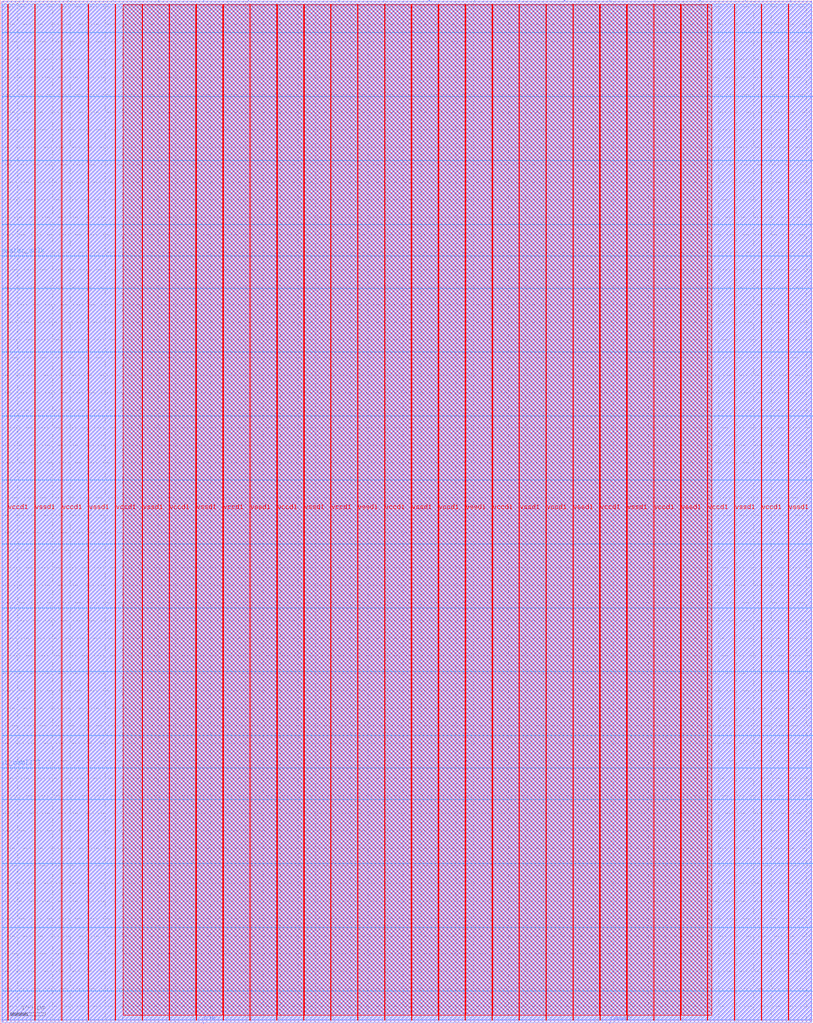
<source format=lef>
VERSION 5.7 ;
  NOWIREEXTENSIONATPIN ON ;
  DIVIDERCHAR "/" ;
  BUSBITCHARS "[]" ;
MACRO FFTSPIInterconnectRTL
  CLASS BLOCK ;
  FOREIGN FFTSPIInterconnectRTL ;
  ORIGIN 0.000 0.000 ;
  SIZE 2320.000 BY 2920.000 ;
  PIN adapter_parity
    DIRECTION OUTPUT TRISTATE ;
    USE SIGNAL ;
    PORT
      LAYER met3 ;
        RECT 2316.000 92.520 2320.000 93.120 ;
    END
  END adapter_parity
  PIN clk
    DIRECTION INPUT ;
    USE SIGNAL ;
    PORT
      LAYER met2 ;
        RECT 579.690 0.000 579.970 4.000 ;
    END
  END clk
  PIN io_oeb[0]
    DIRECTION OUTPUT TRISTATE ;
    USE SIGNAL ;
    PORT
      LAYER met3 ;
        RECT 2316.000 274.760 2320.000 275.360 ;
    END
  END io_oeb[0]
  PIN io_oeb[10]
    DIRECTION OUTPUT TRISTATE ;
    USE SIGNAL ;
    PORT
      LAYER met2 ;
        RECT 1610.550 2916.000 1610.830 2920.000 ;
    END
  END io_oeb[10]
  PIN io_oeb[11]
    DIRECTION OUTPUT TRISTATE ;
    USE SIGNAL ;
    PORT
      LAYER met2 ;
        RECT 1352.950 2916.000 1353.230 2920.000 ;
    END
  END io_oeb[11]
  PIN io_oeb[12]
    DIRECTION OUTPUT TRISTATE ;
    USE SIGNAL ;
    PORT
      LAYER met2 ;
        RECT 1095.350 2916.000 1095.630 2920.000 ;
    END
  END io_oeb[12]
  PIN io_oeb[13]
    DIRECTION OUTPUT TRISTATE ;
    USE SIGNAL ;
    PORT
      LAYER met2 ;
        RECT 837.750 2916.000 838.030 2920.000 ;
    END
  END io_oeb[13]
  PIN io_oeb[14]
    DIRECTION OUTPUT TRISTATE ;
    USE SIGNAL ;
    PORT
      LAYER met2 ;
        RECT 580.150 2916.000 580.430 2920.000 ;
    END
  END io_oeb[14]
  PIN io_oeb[15]
    DIRECTION OUTPUT TRISTATE ;
    USE SIGNAL ;
    PORT
      LAYER met2 ;
        RECT 322.550 2916.000 322.830 2920.000 ;
    END
  END io_oeb[15]
  PIN io_oeb[16]
    DIRECTION OUTPUT TRISTATE ;
    USE SIGNAL ;
    PORT
      LAYER met2 ;
        RECT 64.950 2916.000 65.230 2920.000 ;
    END
  END io_oeb[16]
  PIN io_oeb[17]
    DIRECTION OUTPUT TRISTATE ;
    USE SIGNAL ;
    PORT
      LAYER met3 ;
        RECT 0.000 729.680 4.000 730.280 ;
    END
  END io_oeb[17]
  PIN io_oeb[1]
    DIRECTION OUTPUT TRISTATE ;
    USE SIGNAL ;
    PORT
      LAYER met3 ;
        RECT 2316.000 639.240 2320.000 639.840 ;
    END
  END io_oeb[1]
  PIN io_oeb[2]
    DIRECTION OUTPUT TRISTATE ;
    USE SIGNAL ;
    PORT
      LAYER met3 ;
        RECT 2316.000 1003.720 2320.000 1004.320 ;
    END
  END io_oeb[2]
  PIN io_oeb[3]
    DIRECTION OUTPUT TRISTATE ;
    USE SIGNAL ;
    PORT
      LAYER met3 ;
        RECT 2316.000 1368.200 2320.000 1368.800 ;
    END
  END io_oeb[3]
  PIN io_oeb[4]
    DIRECTION OUTPUT TRISTATE ;
    USE SIGNAL ;
    PORT
      LAYER met3 ;
        RECT 2316.000 1732.680 2320.000 1733.280 ;
    END
  END io_oeb[4]
  PIN io_oeb[5]
    DIRECTION OUTPUT TRISTATE ;
    USE SIGNAL ;
    PORT
      LAYER met3 ;
        RECT 2316.000 2097.160 2320.000 2097.760 ;
    END
  END io_oeb[5]
  PIN io_oeb[6]
    DIRECTION OUTPUT TRISTATE ;
    USE SIGNAL ;
    PORT
      LAYER met3 ;
        RECT 2316.000 2461.640 2320.000 2462.240 ;
    END
  END io_oeb[6]
  PIN io_oeb[7]
    DIRECTION OUTPUT TRISTATE ;
    USE SIGNAL ;
    PORT
      LAYER met3 ;
        RECT 2316.000 2826.120 2320.000 2826.720 ;
    END
  END io_oeb[7]
  PIN io_oeb[8]
    DIRECTION OUTPUT TRISTATE ;
    USE SIGNAL ;
    PORT
      LAYER met2 ;
        RECT 2125.750 2916.000 2126.030 2920.000 ;
    END
  END io_oeb[8]
  PIN io_oeb[9]
    DIRECTION OUTPUT TRISTATE ;
    USE SIGNAL ;
    PORT
      LAYER met2 ;
        RECT 1868.150 2916.000 1868.430 2920.000 ;
    END
  END io_oeb[9]
  PIN master_cs
    DIRECTION OUTPUT TRISTATE ;
    USE SIGNAL ;
    PORT
      LAYER met2 ;
        RECT 708.950 2916.000 709.230 2920.000 ;
    END
  END master_cs
  PIN master_miso
    DIRECTION INPUT ;
    USE SIGNAL ;
    PORT
      LAYER met2 ;
        RECT 451.350 2916.000 451.630 2920.000 ;
    END
  END master_miso
  PIN master_mosi
    DIRECTION OUTPUT TRISTATE ;
    USE SIGNAL ;
    PORT
      LAYER met2 ;
        RECT 193.750 2916.000 194.030 2920.000 ;
    END
  END master_mosi
  PIN master_sclk
    DIRECTION OUTPUT TRISTATE ;
    USE SIGNAL ;
    PORT
      LAYER met3 ;
        RECT 0.000 2189.640 4.000 2190.240 ;
    END
  END master_sclk
  PIN minion_cs
    DIRECTION INPUT ;
    USE SIGNAL ;
    PORT
      LAYER met3 ;
        RECT 2316.000 821.480 2320.000 822.080 ;
    END
  END minion_cs
  PIN minion_cs_2
    DIRECTION INPUT ;
    USE SIGNAL ;
    PORT
      LAYER met3 ;
        RECT 2316.000 2279.400 2320.000 2280.000 ;
    END
  END minion_cs_2
  PIN minion_cs_3
    DIRECTION INPUT ;
    USE SIGNAL ;
    PORT
      LAYER met2 ;
        RECT 1739.350 2916.000 1739.630 2920.000 ;
    END
  END minion_cs_3
  PIN minion_miso
    DIRECTION OUTPUT TRISTATE ;
    USE SIGNAL ;
    PORT
      LAYER met3 ;
        RECT 2316.000 1914.920 2320.000 1915.520 ;
    END
  END minion_miso
  PIN minion_miso_2
    DIRECTION OUTPUT TRISTATE ;
    USE SIGNAL ;
    PORT
      LAYER met2 ;
        RECT 1996.950 2916.000 1997.230 2920.000 ;
    END
  END minion_miso_2
  PIN minion_miso_3
    DIRECTION OUTPUT TRISTATE ;
    USE SIGNAL ;
    PORT
      LAYER met2 ;
        RECT 966.550 2916.000 966.830 2920.000 ;
    END
  END minion_miso_3
  PIN minion_mosi
    DIRECTION INPUT ;
    USE SIGNAL ;
    PORT
      LAYER met3 ;
        RECT 2316.000 1185.960 2320.000 1186.560 ;
    END
  END minion_mosi
  PIN minion_mosi_2
    DIRECTION INPUT ;
    USE SIGNAL ;
    PORT
      LAYER met3 ;
        RECT 2316.000 2643.880 2320.000 2644.480 ;
    END
  END minion_mosi_2
  PIN minion_mosi_3
    DIRECTION INPUT ;
    USE SIGNAL ;
    PORT
      LAYER met2 ;
        RECT 1481.750 2916.000 1482.030 2920.000 ;
    END
  END minion_mosi_3
  PIN minion_parity
    DIRECTION OUTPUT TRISTATE ;
    USE SIGNAL ;
    PORT
      LAYER met3 ;
        RECT 2316.000 457.000 2320.000 457.600 ;
    END
  END minion_parity
  PIN minion_sclk
    DIRECTION INPUT ;
    USE SIGNAL ;
    PORT
      LAYER met3 ;
        RECT 2316.000 1550.440 2320.000 1551.040 ;
    END
  END minion_sclk
  PIN minion_sclk_2
    DIRECTION INPUT ;
    USE SIGNAL ;
    PORT
      LAYER met2 ;
        RECT 2254.550 2916.000 2254.830 2920.000 ;
    END
  END minion_sclk_2
  PIN minion_sclk_3
    DIRECTION INPUT ;
    USE SIGNAL ;
    PORT
      LAYER met2 ;
        RECT 1224.150 2916.000 1224.430 2920.000 ;
    END
  END minion_sclk_3
  PIN reset
    DIRECTION INPUT ;
    USE SIGNAL ;
    PORT
      LAYER met2 ;
        RECT 1739.350 0.000 1739.630 4.000 ;
    END
  END reset
  PIN vccd1
    DIRECTION INOUT ;
    USE POWER ;
    PORT
      LAYER met4 ;
        RECT 21.040 10.640 22.640 2907.920 ;
    END
    PORT
      LAYER met4 ;
        RECT 174.640 10.640 176.240 2907.920 ;
    END
    PORT
      LAYER met4 ;
        RECT 328.240 10.640 329.840 2907.920 ;
    END
    PORT
      LAYER met4 ;
        RECT 481.840 10.640 483.440 2907.920 ;
    END
    PORT
      LAYER met4 ;
        RECT 635.440 10.640 637.040 2907.920 ;
    END
    PORT
      LAYER met4 ;
        RECT 789.040 10.640 790.640 2907.920 ;
    END
    PORT
      LAYER met4 ;
        RECT 942.640 10.640 944.240 2907.920 ;
    END
    PORT
      LAYER met4 ;
        RECT 1096.240 10.640 1097.840 2907.920 ;
    END
    PORT
      LAYER met4 ;
        RECT 1249.840 10.640 1251.440 2907.920 ;
    END
    PORT
      LAYER met4 ;
        RECT 1403.440 10.640 1405.040 2907.920 ;
    END
    PORT
      LAYER met4 ;
        RECT 1557.040 10.640 1558.640 2907.920 ;
    END
    PORT
      LAYER met4 ;
        RECT 1710.640 10.640 1712.240 2907.920 ;
    END
    PORT
      LAYER met4 ;
        RECT 1864.240 10.640 1865.840 2907.920 ;
    END
    PORT
      LAYER met4 ;
        RECT 2017.840 10.640 2019.440 2907.920 ;
    END
    PORT
      LAYER met4 ;
        RECT 2171.440 10.640 2173.040 2907.920 ;
    END
  END vccd1
  PIN vssd1
    DIRECTION INOUT ;
    USE GROUND ;
    PORT
      LAYER met4 ;
        RECT 97.840 10.640 99.440 2907.920 ;
    END
    PORT
      LAYER met4 ;
        RECT 251.440 10.640 253.040 2907.920 ;
    END
    PORT
      LAYER met4 ;
        RECT 405.040 10.640 406.640 2907.920 ;
    END
    PORT
      LAYER met4 ;
        RECT 558.640 10.640 560.240 2907.920 ;
    END
    PORT
      LAYER met4 ;
        RECT 712.240 10.640 713.840 2907.920 ;
    END
    PORT
      LAYER met4 ;
        RECT 865.840 10.640 867.440 2907.920 ;
    END
    PORT
      LAYER met4 ;
        RECT 1019.440 10.640 1021.040 2907.920 ;
    END
    PORT
      LAYER met4 ;
        RECT 1173.040 10.640 1174.640 2907.920 ;
    END
    PORT
      LAYER met4 ;
        RECT 1326.640 10.640 1328.240 2907.920 ;
    END
    PORT
      LAYER met4 ;
        RECT 1480.240 10.640 1481.840 2907.920 ;
    END
    PORT
      LAYER met4 ;
        RECT 1633.840 10.640 1635.440 2907.920 ;
    END
    PORT
      LAYER met4 ;
        RECT 1787.440 10.640 1789.040 2907.920 ;
    END
    PORT
      LAYER met4 ;
        RECT 1941.040 10.640 1942.640 2907.920 ;
    END
    PORT
      LAYER met4 ;
        RECT 2094.640 10.640 2096.240 2907.920 ;
    END
    PORT
      LAYER met4 ;
        RECT 2248.240 10.640 2249.840 2907.920 ;
    END
  END vssd1
  OBS
      LAYER li1 ;
        RECT 5.520 10.795 2314.260 2907.765 ;
      LAYER met1 ;
        RECT 4.670 10.640 2315.570 2915.800 ;
      LAYER met2 ;
        RECT 4.690 2915.720 64.670 2916.000 ;
        RECT 65.510 2915.720 193.470 2916.000 ;
        RECT 194.310 2915.720 322.270 2916.000 ;
        RECT 323.110 2915.720 451.070 2916.000 ;
        RECT 451.910 2915.720 579.870 2916.000 ;
        RECT 580.710 2915.720 708.670 2916.000 ;
        RECT 709.510 2915.720 837.470 2916.000 ;
        RECT 838.310 2915.720 966.270 2916.000 ;
        RECT 967.110 2915.720 1095.070 2916.000 ;
        RECT 1095.910 2915.720 1223.870 2916.000 ;
        RECT 1224.710 2915.720 1352.670 2916.000 ;
        RECT 1353.510 2915.720 1481.470 2916.000 ;
        RECT 1482.310 2915.720 1610.270 2916.000 ;
        RECT 1611.110 2915.720 1739.070 2916.000 ;
        RECT 1739.910 2915.720 1867.870 2916.000 ;
        RECT 1868.710 2915.720 1996.670 2916.000 ;
        RECT 1997.510 2915.720 2125.470 2916.000 ;
        RECT 2126.310 2915.720 2254.270 2916.000 ;
        RECT 2255.110 2915.720 2315.550 2916.000 ;
        RECT 4.690 4.280 2315.550 2915.720 ;
        RECT 4.690 4.000 579.410 4.280 ;
        RECT 580.250 4.000 1739.070 4.280 ;
        RECT 1739.910 4.000 2315.550 4.280 ;
      LAYER met3 ;
        RECT 4.000 2827.120 2316.000 2907.845 ;
        RECT 4.000 2825.720 2315.600 2827.120 ;
        RECT 4.000 2644.880 2316.000 2825.720 ;
        RECT 4.000 2643.480 2315.600 2644.880 ;
        RECT 4.000 2462.640 2316.000 2643.480 ;
        RECT 4.000 2461.240 2315.600 2462.640 ;
        RECT 4.000 2280.400 2316.000 2461.240 ;
        RECT 4.000 2279.000 2315.600 2280.400 ;
        RECT 4.000 2190.640 2316.000 2279.000 ;
        RECT 4.400 2189.240 2316.000 2190.640 ;
        RECT 4.000 2098.160 2316.000 2189.240 ;
        RECT 4.000 2096.760 2315.600 2098.160 ;
        RECT 4.000 1915.920 2316.000 2096.760 ;
        RECT 4.000 1914.520 2315.600 1915.920 ;
        RECT 4.000 1733.680 2316.000 1914.520 ;
        RECT 4.000 1732.280 2315.600 1733.680 ;
        RECT 4.000 1551.440 2316.000 1732.280 ;
        RECT 4.000 1550.040 2315.600 1551.440 ;
        RECT 4.000 1369.200 2316.000 1550.040 ;
        RECT 4.000 1367.800 2315.600 1369.200 ;
        RECT 4.000 1186.960 2316.000 1367.800 ;
        RECT 4.000 1185.560 2315.600 1186.960 ;
        RECT 4.000 1004.720 2316.000 1185.560 ;
        RECT 4.000 1003.320 2315.600 1004.720 ;
        RECT 4.000 822.480 2316.000 1003.320 ;
        RECT 4.000 821.080 2315.600 822.480 ;
        RECT 4.000 730.680 2316.000 821.080 ;
        RECT 4.400 729.280 2316.000 730.680 ;
        RECT 4.000 640.240 2316.000 729.280 ;
        RECT 4.000 638.840 2315.600 640.240 ;
        RECT 4.000 458.000 2316.000 638.840 ;
        RECT 4.000 456.600 2315.600 458.000 ;
        RECT 4.000 275.760 2316.000 456.600 ;
        RECT 4.000 274.360 2315.600 275.760 ;
        RECT 4.000 93.520 2316.000 274.360 ;
        RECT 4.000 92.120 2315.600 93.520 ;
        RECT 4.000 10.715 2316.000 92.120 ;
      LAYER met4 ;
        RECT 350.815 24.655 404.640 2906.145 ;
        RECT 407.040 24.655 481.440 2906.145 ;
        RECT 483.840 24.655 558.240 2906.145 ;
        RECT 560.640 24.655 635.040 2906.145 ;
        RECT 637.440 24.655 711.840 2906.145 ;
        RECT 714.240 24.655 788.640 2906.145 ;
        RECT 791.040 24.655 865.440 2906.145 ;
        RECT 867.840 24.655 942.240 2906.145 ;
        RECT 944.640 24.655 1019.040 2906.145 ;
        RECT 1021.440 24.655 1095.840 2906.145 ;
        RECT 1098.240 24.655 1172.640 2906.145 ;
        RECT 1175.040 24.655 1249.440 2906.145 ;
        RECT 1251.840 24.655 1326.240 2906.145 ;
        RECT 1328.640 24.655 1403.040 2906.145 ;
        RECT 1405.440 24.655 1479.840 2906.145 ;
        RECT 1482.240 24.655 1556.640 2906.145 ;
        RECT 1559.040 24.655 1633.440 2906.145 ;
        RECT 1635.840 24.655 1710.240 2906.145 ;
        RECT 1712.640 24.655 1787.040 2906.145 ;
        RECT 1789.440 24.655 1863.840 2906.145 ;
        RECT 1866.240 24.655 1940.640 2906.145 ;
        RECT 1943.040 24.655 2017.440 2906.145 ;
        RECT 2019.840 24.655 2030.145 2906.145 ;
  END
END FFTSPIInterconnectRTL
END LIBRARY


</source>
